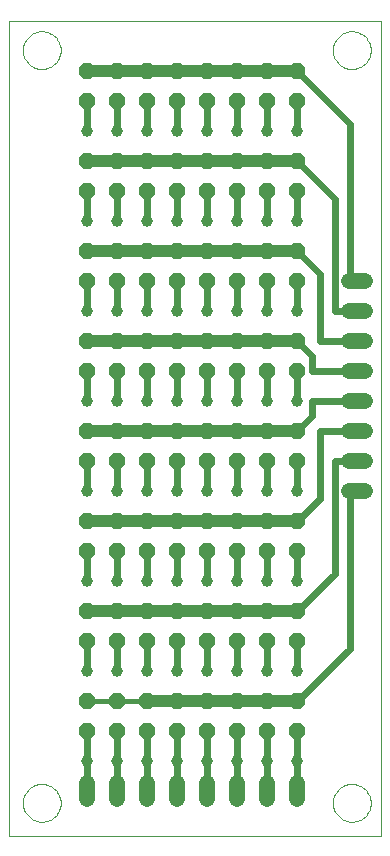
<source format=gbl>
G75*
G70*
%OFA0B0*%
%FSLAX24Y24*%
%IPPOS*%
%LPD*%
%AMOC8*
5,1,8,0,0,1.08239X$1,22.5*
%
%ADD10C,0.0000*%
%ADD11OC8,0.0560*%
%ADD12C,0.0520*%
%ADD13C,0.0160*%
%ADD14C,0.0400*%
%ADD15C,0.0240*%
%ADD16C,0.0396*%
D10*
X000100Y000100D02*
X000100Y027265D01*
X012502Y027265D01*
X012502Y000100D01*
X000100Y000100D01*
X000553Y001191D02*
X000555Y001241D01*
X000561Y001291D01*
X000571Y001340D01*
X000585Y001388D01*
X000602Y001435D01*
X000623Y001480D01*
X000648Y001524D01*
X000676Y001565D01*
X000708Y001604D01*
X000742Y001641D01*
X000779Y001675D01*
X000819Y001705D01*
X000861Y001732D01*
X000905Y001756D01*
X000951Y001777D01*
X000998Y001793D01*
X001046Y001806D01*
X001096Y001815D01*
X001145Y001820D01*
X001196Y001821D01*
X001246Y001818D01*
X001295Y001811D01*
X001344Y001800D01*
X001392Y001785D01*
X001438Y001767D01*
X001483Y001745D01*
X001526Y001719D01*
X001567Y001690D01*
X001606Y001658D01*
X001642Y001623D01*
X001674Y001585D01*
X001704Y001545D01*
X001731Y001502D01*
X001754Y001458D01*
X001773Y001412D01*
X001789Y001364D01*
X001801Y001315D01*
X001809Y001266D01*
X001813Y001216D01*
X001813Y001166D01*
X001809Y001116D01*
X001801Y001067D01*
X001789Y001018D01*
X001773Y000970D01*
X001754Y000924D01*
X001731Y000880D01*
X001704Y000837D01*
X001674Y000797D01*
X001642Y000759D01*
X001606Y000724D01*
X001567Y000692D01*
X001526Y000663D01*
X001483Y000637D01*
X001438Y000615D01*
X001392Y000597D01*
X001344Y000582D01*
X001295Y000571D01*
X001246Y000564D01*
X001196Y000561D01*
X001145Y000562D01*
X001096Y000567D01*
X001046Y000576D01*
X000998Y000589D01*
X000951Y000605D01*
X000905Y000626D01*
X000861Y000650D01*
X000819Y000677D01*
X000779Y000707D01*
X000742Y000741D01*
X000708Y000778D01*
X000676Y000817D01*
X000648Y000858D01*
X000623Y000902D01*
X000602Y000947D01*
X000585Y000994D01*
X000571Y001042D01*
X000561Y001091D01*
X000555Y001141D01*
X000553Y001191D01*
X010887Y001191D02*
X010889Y001241D01*
X010895Y001291D01*
X010905Y001340D01*
X010919Y001388D01*
X010936Y001435D01*
X010957Y001480D01*
X010982Y001524D01*
X011010Y001565D01*
X011042Y001604D01*
X011076Y001641D01*
X011113Y001675D01*
X011153Y001705D01*
X011195Y001732D01*
X011239Y001756D01*
X011285Y001777D01*
X011332Y001793D01*
X011380Y001806D01*
X011430Y001815D01*
X011479Y001820D01*
X011530Y001821D01*
X011580Y001818D01*
X011629Y001811D01*
X011678Y001800D01*
X011726Y001785D01*
X011772Y001767D01*
X011817Y001745D01*
X011860Y001719D01*
X011901Y001690D01*
X011940Y001658D01*
X011976Y001623D01*
X012008Y001585D01*
X012038Y001545D01*
X012065Y001502D01*
X012088Y001458D01*
X012107Y001412D01*
X012123Y001364D01*
X012135Y001315D01*
X012143Y001266D01*
X012147Y001216D01*
X012147Y001166D01*
X012143Y001116D01*
X012135Y001067D01*
X012123Y001018D01*
X012107Y000970D01*
X012088Y000924D01*
X012065Y000880D01*
X012038Y000837D01*
X012008Y000797D01*
X011976Y000759D01*
X011940Y000724D01*
X011901Y000692D01*
X011860Y000663D01*
X011817Y000637D01*
X011772Y000615D01*
X011726Y000597D01*
X011678Y000582D01*
X011629Y000571D01*
X011580Y000564D01*
X011530Y000561D01*
X011479Y000562D01*
X011430Y000567D01*
X011380Y000576D01*
X011332Y000589D01*
X011285Y000605D01*
X011239Y000626D01*
X011195Y000650D01*
X011153Y000677D01*
X011113Y000707D01*
X011076Y000741D01*
X011042Y000778D01*
X011010Y000817D01*
X010982Y000858D01*
X010957Y000902D01*
X010936Y000947D01*
X010919Y000994D01*
X010905Y001042D01*
X010895Y001091D01*
X010889Y001141D01*
X010887Y001191D01*
X010887Y026281D02*
X010889Y026331D01*
X010895Y026381D01*
X010905Y026430D01*
X010919Y026478D01*
X010936Y026525D01*
X010957Y026570D01*
X010982Y026614D01*
X011010Y026655D01*
X011042Y026694D01*
X011076Y026731D01*
X011113Y026765D01*
X011153Y026795D01*
X011195Y026822D01*
X011239Y026846D01*
X011285Y026867D01*
X011332Y026883D01*
X011380Y026896D01*
X011430Y026905D01*
X011479Y026910D01*
X011530Y026911D01*
X011580Y026908D01*
X011629Y026901D01*
X011678Y026890D01*
X011726Y026875D01*
X011772Y026857D01*
X011817Y026835D01*
X011860Y026809D01*
X011901Y026780D01*
X011940Y026748D01*
X011976Y026713D01*
X012008Y026675D01*
X012038Y026635D01*
X012065Y026592D01*
X012088Y026548D01*
X012107Y026502D01*
X012123Y026454D01*
X012135Y026405D01*
X012143Y026356D01*
X012147Y026306D01*
X012147Y026256D01*
X012143Y026206D01*
X012135Y026157D01*
X012123Y026108D01*
X012107Y026060D01*
X012088Y026014D01*
X012065Y025970D01*
X012038Y025927D01*
X012008Y025887D01*
X011976Y025849D01*
X011940Y025814D01*
X011901Y025782D01*
X011860Y025753D01*
X011817Y025727D01*
X011772Y025705D01*
X011726Y025687D01*
X011678Y025672D01*
X011629Y025661D01*
X011580Y025654D01*
X011530Y025651D01*
X011479Y025652D01*
X011430Y025657D01*
X011380Y025666D01*
X011332Y025679D01*
X011285Y025695D01*
X011239Y025716D01*
X011195Y025740D01*
X011153Y025767D01*
X011113Y025797D01*
X011076Y025831D01*
X011042Y025868D01*
X011010Y025907D01*
X010982Y025948D01*
X010957Y025992D01*
X010936Y026037D01*
X010919Y026084D01*
X010905Y026132D01*
X010895Y026181D01*
X010889Y026231D01*
X010887Y026281D01*
X000553Y026281D02*
X000555Y026331D01*
X000561Y026381D01*
X000571Y026430D01*
X000585Y026478D01*
X000602Y026525D01*
X000623Y026570D01*
X000648Y026614D01*
X000676Y026655D01*
X000708Y026694D01*
X000742Y026731D01*
X000779Y026765D01*
X000819Y026795D01*
X000861Y026822D01*
X000905Y026846D01*
X000951Y026867D01*
X000998Y026883D01*
X001046Y026896D01*
X001096Y026905D01*
X001145Y026910D01*
X001196Y026911D01*
X001246Y026908D01*
X001295Y026901D01*
X001344Y026890D01*
X001392Y026875D01*
X001438Y026857D01*
X001483Y026835D01*
X001526Y026809D01*
X001567Y026780D01*
X001606Y026748D01*
X001642Y026713D01*
X001674Y026675D01*
X001704Y026635D01*
X001731Y026592D01*
X001754Y026548D01*
X001773Y026502D01*
X001789Y026454D01*
X001801Y026405D01*
X001809Y026356D01*
X001813Y026306D01*
X001813Y026256D01*
X001809Y026206D01*
X001801Y026157D01*
X001789Y026108D01*
X001773Y026060D01*
X001754Y026014D01*
X001731Y025970D01*
X001704Y025927D01*
X001674Y025887D01*
X001642Y025849D01*
X001606Y025814D01*
X001567Y025782D01*
X001526Y025753D01*
X001483Y025727D01*
X001438Y025705D01*
X001392Y025687D01*
X001344Y025672D01*
X001295Y025661D01*
X001246Y025654D01*
X001196Y025651D01*
X001145Y025652D01*
X001096Y025657D01*
X001046Y025666D01*
X000998Y025679D01*
X000951Y025695D01*
X000905Y025716D01*
X000861Y025740D01*
X000819Y025767D01*
X000779Y025797D01*
X000742Y025831D01*
X000708Y025868D01*
X000676Y025907D01*
X000648Y025948D01*
X000623Y025992D01*
X000602Y026037D01*
X000585Y026084D01*
X000571Y026132D01*
X000561Y026181D01*
X000555Y026231D01*
X000553Y026281D01*
D11*
X002691Y025581D03*
X002691Y024581D03*
X002691Y022581D03*
X002691Y021581D03*
X002691Y019581D03*
X002691Y018581D03*
X002691Y016581D03*
X002691Y015581D03*
X002691Y013581D03*
X002691Y012581D03*
X002691Y010581D03*
X002691Y009581D03*
X003691Y009581D03*
X003691Y010581D03*
X003691Y012581D03*
X003691Y013581D03*
X003691Y015581D03*
X003691Y016581D03*
X003691Y018581D03*
X003691Y019581D03*
X003691Y021581D03*
X003691Y022581D03*
X003691Y024581D03*
X003691Y025581D03*
X004691Y025581D03*
X004691Y024581D03*
X004691Y022581D03*
X004691Y021581D03*
X004691Y019581D03*
X004691Y018581D03*
X004691Y016581D03*
X004691Y015581D03*
X004691Y013581D03*
X004691Y012581D03*
X004691Y010581D03*
X004691Y009581D03*
X005691Y009581D03*
X005691Y010581D03*
X005691Y012581D03*
X005691Y013581D03*
X005691Y015581D03*
X005691Y016581D03*
X005691Y018581D03*
X005691Y019581D03*
X005691Y021581D03*
X005691Y022581D03*
X005691Y024581D03*
X005691Y025581D03*
X006691Y025581D03*
X006691Y024581D03*
X006691Y022581D03*
X006691Y021581D03*
X006691Y019581D03*
X006691Y018581D03*
X006691Y016581D03*
X006691Y015581D03*
X006691Y013581D03*
X006691Y012581D03*
X006691Y010581D03*
X006691Y009581D03*
X007691Y009581D03*
X007691Y010581D03*
X008691Y010581D03*
X008691Y009581D03*
X009691Y009581D03*
X009691Y010581D03*
X009691Y012581D03*
X009691Y013581D03*
X009691Y015581D03*
X009691Y016581D03*
X009691Y018581D03*
X009691Y019581D03*
X009691Y021581D03*
X009691Y022581D03*
X009691Y024581D03*
X009691Y025581D03*
X008691Y025581D03*
X008691Y024581D03*
X007691Y024581D03*
X007691Y025581D03*
X007691Y022581D03*
X007691Y021581D03*
X008691Y021581D03*
X008691Y022581D03*
X008691Y019581D03*
X008691Y018581D03*
X007691Y018581D03*
X007691Y019581D03*
X007691Y016581D03*
X007691Y015581D03*
X008691Y015581D03*
X008691Y016581D03*
X008691Y013581D03*
X008691Y012581D03*
X007691Y012581D03*
X007691Y013581D03*
X007691Y007581D03*
X007691Y006581D03*
X008691Y006581D03*
X008691Y007581D03*
X009691Y007581D03*
X009691Y006581D03*
X009691Y004581D03*
X009691Y003581D03*
X008691Y003581D03*
X008691Y004581D03*
X007691Y004581D03*
X007691Y003581D03*
X006691Y003581D03*
X006691Y004581D03*
X005691Y004581D03*
X005691Y003581D03*
X004691Y003581D03*
X004691Y004581D03*
X003691Y004581D03*
X003691Y003581D03*
X002691Y003581D03*
X002691Y004581D03*
X002691Y006581D03*
X002691Y007581D03*
X003691Y007581D03*
X003691Y006581D03*
X004691Y006581D03*
X004691Y007581D03*
X005691Y007581D03*
X005691Y006581D03*
X006691Y006581D03*
X006691Y007581D03*
D12*
X006691Y001841D02*
X006691Y001321D01*
X007691Y001321D02*
X007691Y001841D01*
X008691Y001841D02*
X008691Y001321D01*
X009691Y001321D02*
X009691Y001841D01*
X005691Y001841D02*
X005691Y001321D01*
X004691Y001321D02*
X004691Y001841D01*
X003691Y001841D02*
X003691Y001321D01*
X002691Y001321D02*
X002691Y001841D01*
X011431Y011581D02*
X011951Y011581D01*
X011951Y012581D02*
X011431Y012581D01*
X011431Y013581D02*
X011951Y013581D01*
X011951Y014581D02*
X011431Y014581D01*
X011431Y015581D02*
X011951Y015581D01*
X011951Y016581D02*
X011431Y016581D01*
X011431Y017581D02*
X011951Y017581D01*
X011951Y018581D02*
X011431Y018581D01*
D13*
X004691Y004581D02*
X003691Y004581D01*
X002691Y004581D01*
D14*
X002691Y007581D02*
X003691Y007581D01*
X004691Y007581D01*
X005691Y007581D01*
X006691Y007581D01*
X007691Y007581D01*
X008691Y007581D01*
X009691Y007581D01*
X009691Y004581D02*
X008691Y004581D01*
X007691Y004581D01*
X006691Y004581D01*
X005691Y004581D01*
X004691Y004581D01*
X004691Y010581D02*
X003691Y010581D01*
X002691Y010581D01*
X002691Y013581D02*
X003691Y013581D01*
X004691Y013581D01*
X005691Y013581D01*
X006691Y013581D01*
X007691Y013581D01*
X008691Y013581D01*
X009691Y013581D01*
X009691Y010581D02*
X008691Y010581D01*
X007691Y010581D01*
X006691Y010581D01*
X005691Y010581D01*
X004691Y010581D01*
X004691Y016581D02*
X003691Y016581D01*
X002691Y016581D01*
X002691Y019581D02*
X003691Y019581D01*
X004691Y019581D01*
X005691Y019581D01*
X006691Y019581D01*
X007691Y019581D01*
X008691Y019581D01*
X009691Y019581D01*
X009691Y016581D02*
X008691Y016581D01*
X007691Y016581D01*
X006691Y016581D01*
X005691Y016581D01*
X004691Y016581D01*
X004691Y022581D02*
X003691Y022581D01*
X002691Y022581D01*
X002691Y025581D02*
X003691Y025581D01*
X004691Y025581D01*
X005691Y025581D01*
X006691Y025581D01*
X007691Y025581D01*
X008691Y025581D01*
X009691Y025581D01*
X009691Y022581D02*
X008691Y022581D01*
X007691Y022581D01*
X006691Y022581D01*
X005691Y022581D01*
X004691Y022581D01*
D15*
X004691Y021581D02*
X004691Y020581D01*
X005691Y020581D02*
X005691Y021581D01*
X006691Y021581D02*
X006691Y020581D01*
X007691Y020581D02*
X007691Y021581D01*
X008691Y021581D02*
X008691Y020581D01*
X009691Y020581D02*
X009691Y021581D01*
X009691Y022581D02*
X010941Y021331D01*
X010941Y017581D01*
X011691Y017581D01*
X011691Y018581D02*
X011441Y018581D01*
X011441Y023831D01*
X009691Y025581D01*
X009691Y024581D02*
X009691Y023581D01*
X008691Y023581D02*
X008691Y024581D01*
X007691Y024581D02*
X007691Y023581D01*
X006691Y023581D02*
X006691Y024581D01*
X005691Y024581D02*
X005691Y023581D01*
X004691Y023581D02*
X004691Y024581D01*
X003691Y024581D02*
X003691Y023581D01*
X002691Y023581D02*
X002691Y024581D01*
X002691Y021581D02*
X002691Y020581D01*
X003691Y020581D02*
X003691Y021581D01*
X003691Y018581D02*
X003691Y017581D01*
X004691Y017581D02*
X004691Y018581D01*
X005691Y018581D02*
X005691Y017581D01*
X006691Y017581D02*
X006691Y018581D01*
X007691Y018581D02*
X007691Y017581D01*
X008691Y017581D02*
X008691Y018581D01*
X009691Y018581D02*
X009691Y017581D01*
X009691Y016581D02*
X010191Y016081D01*
X010191Y015581D01*
X011691Y015581D01*
X011691Y014581D02*
X010191Y014581D01*
X010191Y014081D01*
X009691Y013581D01*
X009691Y012581D02*
X009691Y011581D01*
X010441Y011331D02*
X009691Y010581D01*
X009691Y009581D02*
X009691Y008581D01*
X009691Y007581D02*
X010941Y008831D01*
X010941Y012581D01*
X011691Y012581D01*
X011691Y011581D02*
X011441Y011581D01*
X011441Y006331D01*
X009691Y004581D01*
X009691Y003581D02*
X009691Y002581D01*
X009691Y001581D01*
X008691Y001581D02*
X008691Y002581D01*
X008691Y003581D01*
X007691Y003581D02*
X007691Y002581D01*
X007691Y001581D01*
X006691Y001581D02*
X006691Y002581D01*
X006691Y003581D01*
X006691Y005581D02*
X006691Y006581D01*
X006691Y008581D02*
X006691Y009581D01*
X006691Y011581D02*
X006691Y012581D01*
X007691Y012581D02*
X007691Y011581D01*
X008691Y011581D02*
X008691Y012581D01*
X008691Y014581D02*
X008691Y015581D01*
X007691Y015581D02*
X007691Y014581D01*
X006691Y014581D02*
X006691Y015581D01*
X005691Y015581D02*
X005691Y014581D01*
X004691Y014581D02*
X004691Y015581D01*
X003691Y015581D02*
X003691Y014581D01*
X002691Y014581D02*
X002691Y015581D01*
X002691Y017581D02*
X002691Y018581D01*
X002691Y012581D02*
X002691Y011581D01*
X002691Y009581D02*
X002691Y008581D01*
X002691Y006581D02*
X002691Y005581D01*
X002691Y003581D02*
X002691Y002581D01*
X002691Y001581D01*
X003691Y001581D02*
X003691Y002581D01*
X003691Y003581D01*
X003691Y005581D02*
X003691Y006581D01*
X003691Y008581D02*
X003691Y009581D01*
X003691Y011581D02*
X003691Y012581D01*
X004691Y012581D02*
X004691Y011581D01*
X004691Y009581D02*
X004691Y008581D01*
X004691Y006581D02*
X004691Y005581D01*
X004691Y003581D02*
X004691Y002581D01*
X004691Y001581D01*
X005691Y001581D02*
X005691Y002581D01*
X005691Y003581D01*
X005691Y005581D02*
X005691Y006581D01*
X005691Y008581D02*
X005691Y009581D01*
X005691Y011581D02*
X005691Y012581D01*
X007691Y009581D02*
X007691Y008581D01*
X008691Y008581D02*
X008691Y009581D01*
X008691Y006581D02*
X008691Y005581D01*
X007691Y005581D02*
X007691Y006581D01*
X009691Y006581D02*
X009691Y005581D01*
X010441Y011331D02*
X010441Y013581D01*
X011691Y013581D01*
X011691Y016581D02*
X010441Y016581D01*
X010441Y018831D01*
X009691Y019581D01*
X009691Y015581D02*
X009691Y014581D01*
D16*
X009691Y014581D03*
X008691Y014581D03*
X007691Y014581D03*
X006691Y014581D03*
X005691Y014581D03*
X004691Y014581D03*
X003691Y014581D03*
X002691Y014581D03*
X002691Y011581D03*
X003691Y011581D03*
X004691Y011581D03*
X005691Y011581D03*
X006691Y011581D03*
X007691Y011581D03*
X008691Y011581D03*
X009691Y011581D03*
X009691Y008581D03*
X008691Y008581D03*
X007691Y008581D03*
X006691Y008581D03*
X005691Y008581D03*
X004691Y008581D03*
X003691Y008581D03*
X002691Y008581D03*
X002691Y005581D03*
X003691Y005581D03*
X004691Y005581D03*
X005691Y005581D03*
X006691Y005581D03*
X007691Y005581D03*
X008691Y005581D03*
X009691Y005581D03*
X009691Y002581D03*
X008691Y002581D03*
X007691Y002581D03*
X006691Y002581D03*
X005691Y002581D03*
X004691Y002581D03*
X003691Y002581D03*
X002691Y002581D03*
X002691Y017581D03*
X003691Y017581D03*
X004691Y017581D03*
X005691Y017581D03*
X006691Y017581D03*
X007691Y017581D03*
X008691Y017581D03*
X009691Y017581D03*
X009691Y020581D03*
X008691Y020581D03*
X007691Y020581D03*
X006691Y020581D03*
X005691Y020581D03*
X004691Y020581D03*
X003691Y020581D03*
X002691Y020581D03*
X002691Y023581D03*
X003691Y023581D03*
X004691Y023581D03*
X005691Y023581D03*
X006691Y023581D03*
X007691Y023581D03*
X008691Y023581D03*
X009691Y023581D03*
M02*

</source>
